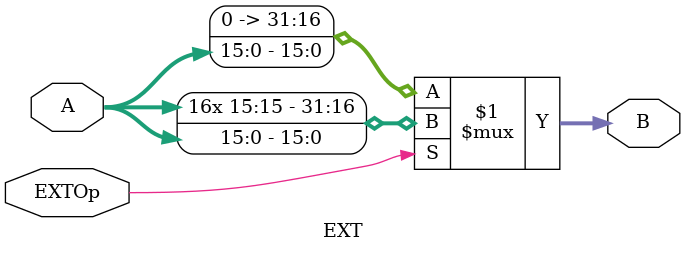
<source format=v>
`timescale 1ns / 1ps
module EXT(
    input [15:0] A,
    input EXTOp, // Signed?
    output [31:0] B
    );
    assign B = EXTOp ? {{16{A[15]}},A} : {{16{1'b0}},A};

endmodule

</source>
